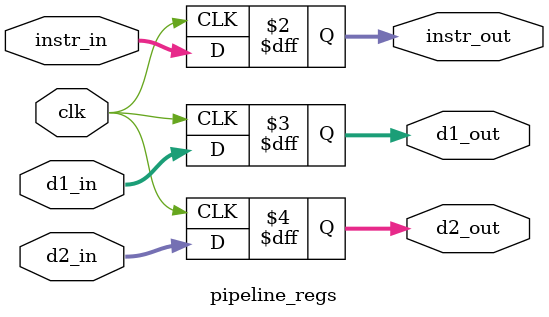
<source format=v>
module pipeline_regs (
    input  wire        clk,
    input  wire [31:0] instr_in, d1_in, d2_in,
    output reg [31:0] instr_out, d1_out, d2_out
);

    always @(posedge clk) begin
        instr_out <= instr_in;
        d1_out    <= d1_in;
        d2_out    <= d2_in;
    end
endmodule

</source>
